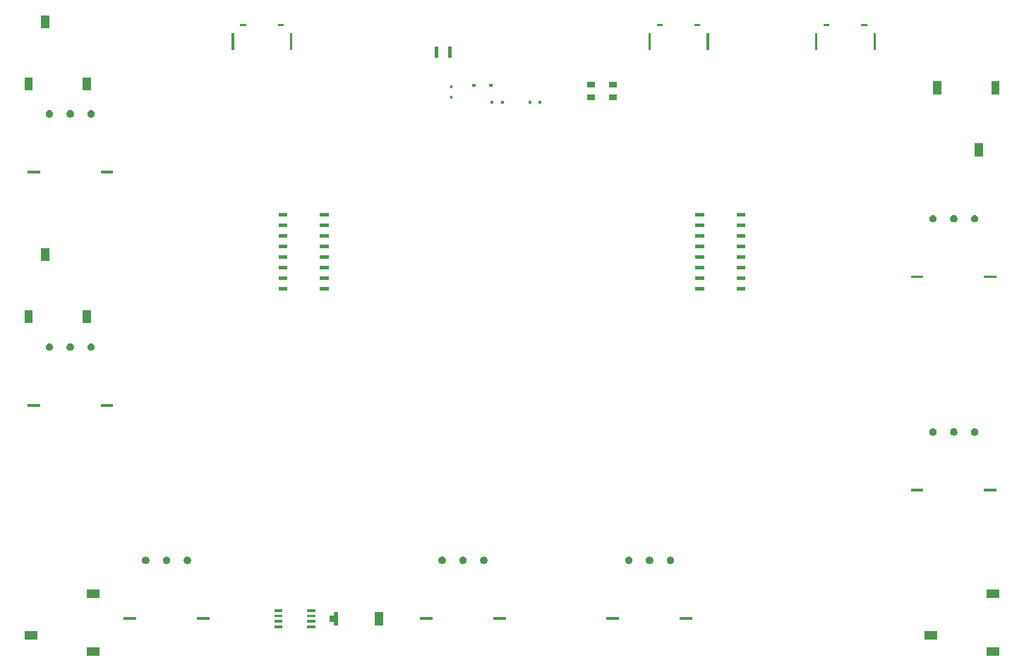
<source format=gbr>
%TF.GenerationSoftware,KiCad,Pcbnew,9.0.3*%
%TF.CreationDate,2025-08-06T15:24:12+02:00*%
%TF.ProjectId,Spikeling_v3.0,5370696b-656c-4696-9e67-5f76332e302e,rev?*%
%TF.SameCoordinates,Original*%
%TF.FileFunction,Other,User*%
%FSLAX46Y46*%
G04 Gerber Fmt 4.6, Leading zero omitted, Abs format (unit mm)*
G04 Created by KiCad (PCBNEW 9.0.3) date 2025-08-06 15:24:12*
%MOMM*%
%LPD*%
G01*
G04 APERTURE LIST*
%ADD10C,0.000000*%
G04 APERTURE END LIST*
D10*
%TO.C,VR2*%
G36*
X150480000Y-124150000D02*
G01*
X148960000Y-124150000D01*
X148960000Y-123850000D01*
X150480000Y-123850000D01*
X150480000Y-124150000D01*
G37*
G36*
X159280000Y-124150000D02*
G01*
X157760000Y-124150000D01*
X157760000Y-123850000D01*
X159280000Y-123850000D01*
X159280000Y-124150000D01*
G37*
G36*
X151792208Y-116584254D02*
G01*
X151893943Y-116642991D01*
X151977009Y-116726057D01*
X152035746Y-116827792D01*
X152066150Y-116941263D01*
X152066150Y-117058737D01*
X152035746Y-117172208D01*
X151977009Y-117273943D01*
X151893943Y-117357009D01*
X151792208Y-117415746D01*
X151678737Y-117446150D01*
X151561263Y-117446150D01*
X151447792Y-117415746D01*
X151346057Y-117357009D01*
X151262991Y-117273943D01*
X151204254Y-117172208D01*
X151173850Y-117058737D01*
X151173850Y-116941263D01*
X151204254Y-116827792D01*
X151262991Y-116726057D01*
X151346057Y-116642991D01*
X151447792Y-116584254D01*
X151561263Y-116553850D01*
X151678737Y-116553850D01*
X151792208Y-116584254D01*
G37*
G36*
X154292208Y-116584254D02*
G01*
X154393943Y-116642991D01*
X154477009Y-116726057D01*
X154535746Y-116827792D01*
X154566150Y-116941263D01*
X154566150Y-117058737D01*
X154535746Y-117172208D01*
X154477009Y-117273943D01*
X154393943Y-117357009D01*
X154292208Y-117415746D01*
X154178737Y-117446150D01*
X154061263Y-117446150D01*
X153947792Y-117415746D01*
X153846057Y-117357009D01*
X153762991Y-117273943D01*
X153704254Y-117172208D01*
X153673850Y-117058737D01*
X153673850Y-116941263D01*
X153704254Y-116827792D01*
X153762991Y-116726057D01*
X153846057Y-116642991D01*
X153947792Y-116584254D01*
X154061263Y-116553850D01*
X154178737Y-116553850D01*
X154292208Y-116584254D01*
G37*
G36*
X156792208Y-116584254D02*
G01*
X156893943Y-116642991D01*
X156977009Y-116726057D01*
X157035746Y-116827792D01*
X157066150Y-116941263D01*
X157066150Y-117058737D01*
X157035746Y-117172208D01*
X156977009Y-117273943D01*
X156893943Y-117357009D01*
X156792208Y-117415746D01*
X156678737Y-117446150D01*
X156561263Y-117446150D01*
X156447792Y-117415746D01*
X156346057Y-117357009D01*
X156262991Y-117273943D01*
X156204254Y-117172208D01*
X156173850Y-117058737D01*
X156173850Y-116941263D01*
X156204254Y-116827792D01*
X156262991Y-116726057D01*
X156346057Y-116642991D01*
X156447792Y-116584254D01*
X156561263Y-116553850D01*
X156678737Y-116553850D01*
X156792208Y-116584254D01*
G37*
%TO.C,U3*%
G36*
X132700000Y-75770000D02*
G01*
X132000000Y-75770000D01*
X132000000Y-75340000D01*
X132700000Y-75340000D01*
X132700000Y-75770000D01*
G37*
G36*
X132700000Y-77040000D02*
G01*
X132000000Y-77040000D01*
X132000000Y-76610000D01*
X132700000Y-76610000D01*
X132700000Y-77040000D01*
G37*
G36*
X132700000Y-78310000D02*
G01*
X132000000Y-78310000D01*
X132000000Y-77880000D01*
X132700000Y-77880000D01*
X132700000Y-78310000D01*
G37*
G36*
X132700000Y-79580000D02*
G01*
X132000000Y-79580000D01*
X132000000Y-79150000D01*
X132700000Y-79150000D01*
X132700000Y-79580000D01*
G37*
G36*
X132700000Y-80850000D02*
G01*
X132000000Y-80850000D01*
X132000000Y-80420000D01*
X132700000Y-80420000D01*
X132700000Y-80850000D01*
G37*
G36*
X132700000Y-82120000D02*
G01*
X132000000Y-82120000D01*
X132000000Y-81690000D01*
X132700000Y-81690000D01*
X132700000Y-82120000D01*
G37*
G36*
X132700000Y-83390000D02*
G01*
X132000000Y-83390000D01*
X132000000Y-82960000D01*
X132700000Y-82960000D01*
X132700000Y-83390000D01*
G37*
G36*
X132700000Y-84660000D02*
G01*
X132000000Y-84660000D01*
X132000000Y-84230000D01*
X132700000Y-84230000D01*
X132700000Y-84660000D01*
G37*
G36*
X133060000Y-75770000D02*
G01*
X132690000Y-75770000D01*
X132690000Y-75340000D01*
X133060000Y-75340000D01*
X133060000Y-75770000D01*
G37*
G36*
X133060000Y-77040000D02*
G01*
X132690000Y-77040000D01*
X132690000Y-76610000D01*
X133060000Y-76610000D01*
X133060000Y-77040000D01*
G37*
G36*
X133060000Y-78310000D02*
G01*
X132690000Y-78310000D01*
X132690000Y-77880000D01*
X133060000Y-77880000D01*
X133060000Y-78310000D01*
G37*
G36*
X133060000Y-79580000D02*
G01*
X132690000Y-79580000D01*
X132690000Y-79150000D01*
X133060000Y-79150000D01*
X133060000Y-79580000D01*
G37*
G36*
X133060000Y-80850000D02*
G01*
X132690000Y-80850000D01*
X132690000Y-80420000D01*
X133060000Y-80420000D01*
X133060000Y-80850000D01*
G37*
G36*
X133060000Y-82120000D02*
G01*
X132690000Y-82120000D01*
X132690000Y-81690000D01*
X133060000Y-81690000D01*
X133060000Y-82120000D01*
G37*
G36*
X133060000Y-83390000D02*
G01*
X132690000Y-83390000D01*
X132690000Y-82960000D01*
X133060000Y-82960000D01*
X133060000Y-83390000D01*
G37*
G36*
X133060000Y-84660000D02*
G01*
X132690000Y-84660000D01*
X132690000Y-84230000D01*
X133060000Y-84230000D01*
X133060000Y-84660000D01*
G37*
G36*
X137310000Y-75770000D02*
G01*
X136940000Y-75770000D01*
X136940000Y-75340000D01*
X137310000Y-75340000D01*
X137310000Y-75770000D01*
G37*
G36*
X137310000Y-77040000D02*
G01*
X136940000Y-77040000D01*
X136940000Y-76610000D01*
X137310000Y-76610000D01*
X137310000Y-77040000D01*
G37*
G36*
X137310000Y-78310000D02*
G01*
X136940000Y-78310000D01*
X136940000Y-77880000D01*
X137310000Y-77880000D01*
X137310000Y-78310000D01*
G37*
G36*
X137310000Y-79580000D02*
G01*
X136940000Y-79580000D01*
X136940000Y-79150000D01*
X137310000Y-79150000D01*
X137310000Y-79580000D01*
G37*
G36*
X137310000Y-80850000D02*
G01*
X136940000Y-80850000D01*
X136940000Y-80420000D01*
X137310000Y-80420000D01*
X137310000Y-80850000D01*
G37*
G36*
X137310000Y-82120000D02*
G01*
X136940000Y-82120000D01*
X136940000Y-81690000D01*
X137310000Y-81690000D01*
X137310000Y-82120000D01*
G37*
G36*
X137310000Y-83390000D02*
G01*
X136940000Y-83390000D01*
X136940000Y-82960000D01*
X137310000Y-82960000D01*
X137310000Y-83390000D01*
G37*
G36*
X137310000Y-84660000D02*
G01*
X136940000Y-84660000D01*
X136940000Y-84230000D01*
X137310000Y-84230000D01*
X137310000Y-84660000D01*
G37*
G36*
X138000000Y-75770000D02*
G01*
X137300000Y-75770000D01*
X137300000Y-75340000D01*
X138000000Y-75340000D01*
X138000000Y-75770000D01*
G37*
G36*
X138000000Y-77040000D02*
G01*
X137300000Y-77040000D01*
X137300000Y-76610000D01*
X138000000Y-76610000D01*
X138000000Y-77040000D01*
G37*
G36*
X138000000Y-78310000D02*
G01*
X137300000Y-78310000D01*
X137300000Y-77880000D01*
X138000000Y-77880000D01*
X138000000Y-78310000D01*
G37*
G36*
X138000000Y-79580000D02*
G01*
X137300000Y-79580000D01*
X137300000Y-79150000D01*
X138000000Y-79150000D01*
X138000000Y-79580000D01*
G37*
G36*
X138000000Y-80850000D02*
G01*
X137300000Y-80850000D01*
X137300000Y-80420000D01*
X138000000Y-80420000D01*
X138000000Y-80850000D01*
G37*
G36*
X138000000Y-82120000D02*
G01*
X137300000Y-82120000D01*
X137300000Y-81690000D01*
X138000000Y-81690000D01*
X138000000Y-82120000D01*
G37*
G36*
X138000000Y-83390000D02*
G01*
X137300000Y-83390000D01*
X137300000Y-82960000D01*
X138000000Y-82960000D01*
X138000000Y-83390000D01*
G37*
G36*
X138000000Y-84660000D02*
G01*
X137300000Y-84660000D01*
X137300000Y-84230000D01*
X138000000Y-84230000D01*
X138000000Y-84660000D01*
G37*
%TO.C,J4*%
G36*
X102500000Y-88500000D02*
G01*
X101500000Y-88500000D01*
X101500000Y-86950000D01*
X102500000Y-86950000D01*
X102500000Y-88500000D01*
G37*
G36*
X104500000Y-81050000D02*
G01*
X103500000Y-81050000D01*
X103500000Y-79500000D01*
X104500000Y-79500000D01*
X104500000Y-81050000D01*
G37*
G36*
X109500000Y-88500000D02*
G01*
X108500000Y-88500000D01*
X108500000Y-86950000D01*
X109500000Y-86950000D01*
X109500000Y-88500000D01*
G37*
%TO.C,J5*%
G36*
X211050000Y-126500000D02*
G01*
X209500000Y-126500000D01*
X209500000Y-125500000D01*
X211050000Y-125500000D01*
X211050000Y-126500000D01*
G37*
G36*
X218500000Y-121500000D02*
G01*
X216950000Y-121500000D01*
X216950000Y-120500000D01*
X218500000Y-120500000D01*
X218500000Y-121500000D01*
G37*
G36*
X218500000Y-128500000D02*
G01*
X216950000Y-128500000D01*
X216950000Y-127500000D01*
X218500000Y-127500000D01*
X218500000Y-128500000D01*
G37*
%TO.C,VR1*%
G36*
X114910000Y-124150000D02*
G01*
X113390000Y-124150000D01*
X113390000Y-123850000D01*
X114910000Y-123850000D01*
X114910000Y-124150000D01*
G37*
G36*
X123710000Y-124150000D02*
G01*
X122190000Y-124150000D01*
X122190000Y-123850000D01*
X123710000Y-123850000D01*
X123710000Y-124150000D01*
G37*
G36*
X116222208Y-116584254D02*
G01*
X116323943Y-116642991D01*
X116407009Y-116726057D01*
X116465746Y-116827792D01*
X116496150Y-116941263D01*
X116496150Y-117058737D01*
X116465746Y-117172208D01*
X116407009Y-117273943D01*
X116323943Y-117357009D01*
X116222208Y-117415746D01*
X116108737Y-117446150D01*
X115991263Y-117446150D01*
X115877792Y-117415746D01*
X115776057Y-117357009D01*
X115692991Y-117273943D01*
X115634254Y-117172208D01*
X115603850Y-117058737D01*
X115603850Y-116941263D01*
X115634254Y-116827792D01*
X115692991Y-116726057D01*
X115776057Y-116642991D01*
X115877792Y-116584254D01*
X115991263Y-116553850D01*
X116108737Y-116553850D01*
X116222208Y-116584254D01*
G37*
G36*
X118722208Y-116584254D02*
G01*
X118823943Y-116642991D01*
X118907009Y-116726057D01*
X118965746Y-116827792D01*
X118996150Y-116941263D01*
X118996150Y-117058737D01*
X118965746Y-117172208D01*
X118907009Y-117273943D01*
X118823943Y-117357009D01*
X118722208Y-117415746D01*
X118608737Y-117446150D01*
X118491263Y-117446150D01*
X118377792Y-117415746D01*
X118276057Y-117357009D01*
X118192991Y-117273943D01*
X118134254Y-117172208D01*
X118103850Y-117058737D01*
X118103850Y-116941263D01*
X118134254Y-116827792D01*
X118192991Y-116726057D01*
X118276057Y-116642991D01*
X118377792Y-116584254D01*
X118491263Y-116553850D01*
X118608737Y-116553850D01*
X118722208Y-116584254D01*
G37*
G36*
X121222208Y-116584254D02*
G01*
X121323943Y-116642991D01*
X121407009Y-116726057D01*
X121465746Y-116827792D01*
X121496150Y-116941263D01*
X121496150Y-117058737D01*
X121465746Y-117172208D01*
X121407009Y-117273943D01*
X121323943Y-117357009D01*
X121222208Y-117415746D01*
X121108737Y-117446150D01*
X120991263Y-117446150D01*
X120877792Y-117415746D01*
X120776057Y-117357009D01*
X120692991Y-117273943D01*
X120634254Y-117172208D01*
X120603850Y-117058737D01*
X120603850Y-116941263D01*
X120634254Y-116827792D01*
X120692991Y-116726057D01*
X120776057Y-116642991D01*
X120877792Y-116584254D01*
X120991263Y-116553850D01*
X121108737Y-116553850D01*
X121222208Y-116584254D01*
G37*
%TO.C,D7*%
G36*
X169950000Y-60275000D02*
G01*
X169050000Y-60275000D01*
X169050000Y-59575000D01*
X169950000Y-59575000D01*
X169950000Y-60275000D01*
G37*
G36*
X169950000Y-61775000D02*
G01*
X169050000Y-61775000D01*
X169050000Y-61075000D01*
X169950000Y-61075000D01*
X169950000Y-61775000D01*
G37*
G36*
X172550000Y-60275000D02*
G01*
X171650000Y-60275000D01*
X171650000Y-59575000D01*
X172550000Y-59575000D01*
X172550000Y-60275000D01*
G37*
G36*
X172550000Y-61775000D02*
G01*
X171650000Y-61775000D01*
X171650000Y-61075000D01*
X172550000Y-61075000D01*
X172550000Y-61775000D01*
G37*
%TO.C,VR5*%
G36*
X209360000Y-108750000D02*
G01*
X207840000Y-108750000D01*
X207840000Y-108450000D01*
X209360000Y-108450000D01*
X209360000Y-108750000D01*
G37*
G36*
X218160000Y-108750000D02*
G01*
X216640000Y-108750000D01*
X216640000Y-108450000D01*
X218160000Y-108450000D01*
X218160000Y-108750000D01*
G37*
G36*
X210672208Y-101184254D02*
G01*
X210773943Y-101242991D01*
X210857009Y-101326057D01*
X210915746Y-101427792D01*
X210946150Y-101541263D01*
X210946150Y-101658737D01*
X210915746Y-101772208D01*
X210857009Y-101873943D01*
X210773943Y-101957009D01*
X210672208Y-102015746D01*
X210558737Y-102046150D01*
X210441263Y-102046150D01*
X210327792Y-102015746D01*
X210226057Y-101957009D01*
X210142991Y-101873943D01*
X210084254Y-101772208D01*
X210053850Y-101658737D01*
X210053850Y-101541263D01*
X210084254Y-101427792D01*
X210142991Y-101326057D01*
X210226057Y-101242991D01*
X210327792Y-101184254D01*
X210441263Y-101153850D01*
X210558737Y-101153850D01*
X210672208Y-101184254D01*
G37*
G36*
X213172208Y-101184254D02*
G01*
X213273943Y-101242991D01*
X213357009Y-101326057D01*
X213415746Y-101427792D01*
X213446150Y-101541263D01*
X213446150Y-101658737D01*
X213415746Y-101772208D01*
X213357009Y-101873943D01*
X213273943Y-101957009D01*
X213172208Y-102015746D01*
X213058737Y-102046150D01*
X212941263Y-102046150D01*
X212827792Y-102015746D01*
X212726057Y-101957009D01*
X212642991Y-101873943D01*
X212584254Y-101772208D01*
X212553850Y-101658737D01*
X212553850Y-101541263D01*
X212584254Y-101427792D01*
X212642991Y-101326057D01*
X212726057Y-101242991D01*
X212827792Y-101184254D01*
X212941263Y-101153850D01*
X213058737Y-101153850D01*
X213172208Y-101184254D01*
G37*
G36*
X215672208Y-101184254D02*
G01*
X215773943Y-101242991D01*
X215857009Y-101326057D01*
X215915746Y-101427792D01*
X215946150Y-101541263D01*
X215946150Y-101658737D01*
X215915746Y-101772208D01*
X215857009Y-101873943D01*
X215773943Y-101957009D01*
X215672208Y-102015746D01*
X215558737Y-102046150D01*
X215441263Y-102046150D01*
X215327792Y-102015746D01*
X215226057Y-101957009D01*
X215142991Y-101873943D01*
X215084254Y-101772208D01*
X215053850Y-101658737D01*
X215053850Y-101541263D01*
X215084254Y-101427792D01*
X215142991Y-101326057D01*
X215226057Y-101242991D01*
X215327792Y-101184254D01*
X215441263Y-101153850D01*
X215558737Y-101153850D01*
X215672208Y-101184254D01*
G37*
%TO.C,U5*%
G36*
X132050000Y-123207500D02*
G01*
X131500000Y-123207500D01*
X131500000Y-122892500D01*
X132050000Y-122892500D01*
X132050000Y-123207500D01*
G37*
G36*
X132050000Y-123857500D02*
G01*
X131500000Y-123857500D01*
X131500000Y-123542500D01*
X132050000Y-123542500D01*
X132050000Y-123857500D01*
G37*
G36*
X132050000Y-124507500D02*
G01*
X131500000Y-124507500D01*
X131500000Y-124192500D01*
X132050000Y-124192500D01*
X132050000Y-124507500D01*
G37*
G36*
X132050000Y-125157500D02*
G01*
X131500000Y-125157500D01*
X131500000Y-124842500D01*
X132050000Y-124842500D01*
X132050000Y-125157500D01*
G37*
G36*
X132460000Y-123207500D02*
G01*
X132040000Y-123207500D01*
X132040000Y-122892500D01*
X132460000Y-122892500D01*
X132460000Y-123207500D01*
G37*
G36*
X132460000Y-123857500D02*
G01*
X132040000Y-123857500D01*
X132040000Y-123542500D01*
X132460000Y-123542500D01*
X132460000Y-123857500D01*
G37*
G36*
X132460000Y-124507500D02*
G01*
X132040000Y-124507500D01*
X132040000Y-124192500D01*
X132460000Y-124192500D01*
X132460000Y-124507500D01*
G37*
G36*
X132460000Y-125157500D02*
G01*
X132040000Y-125157500D01*
X132040000Y-124842500D01*
X132460000Y-124842500D01*
X132460000Y-125157500D01*
G37*
G36*
X135860000Y-123207500D02*
G01*
X135440000Y-123207500D01*
X135440000Y-122892500D01*
X135860000Y-122892500D01*
X135860000Y-123207500D01*
G37*
G36*
X135860000Y-123857500D02*
G01*
X135440000Y-123857500D01*
X135440000Y-123542500D01*
X135860000Y-123542500D01*
X135860000Y-123857500D01*
G37*
G36*
X135860000Y-124507500D02*
G01*
X135440000Y-124507500D01*
X135440000Y-124192500D01*
X135860000Y-124192500D01*
X135860000Y-124507500D01*
G37*
G36*
X135860000Y-125157500D02*
G01*
X135440000Y-125157500D01*
X135440000Y-124842500D01*
X135860000Y-124842500D01*
X135860000Y-125157500D01*
G37*
G36*
X136400000Y-123207500D02*
G01*
X135850000Y-123207500D01*
X135850000Y-122892500D01*
X136400000Y-122892500D01*
X136400000Y-123207500D01*
G37*
G36*
X136400000Y-123857500D02*
G01*
X135850000Y-123857500D01*
X135850000Y-123542500D01*
X136400000Y-123542500D01*
X136400000Y-123857500D01*
G37*
G36*
X136400000Y-124507500D02*
G01*
X135850000Y-124507500D01*
X135850000Y-124192500D01*
X136400000Y-124192500D01*
X136400000Y-124507500D01*
G37*
G36*
X136400000Y-125157500D02*
G01*
X135850000Y-125157500D01*
X135850000Y-124842500D01*
X136400000Y-124842500D01*
X136400000Y-125157500D01*
G37*
%TO.C,J6*%
G36*
X211500000Y-61050000D02*
G01*
X210500000Y-61050000D01*
X210500000Y-59500000D01*
X211500000Y-59500000D01*
X211500000Y-61050000D01*
G37*
G36*
X216500000Y-68500000D02*
G01*
X215500000Y-68500000D01*
X215500000Y-66950000D01*
X216500000Y-66950000D01*
X216500000Y-68500000D01*
G37*
G36*
X218500000Y-61050000D02*
G01*
X217500000Y-61050000D01*
X217500000Y-59500000D01*
X218500000Y-59500000D01*
X218500000Y-61050000D01*
G37*
%TO.C,J3*%
G36*
X102500000Y-60600000D02*
G01*
X101500000Y-60600000D01*
X101500000Y-59050000D01*
X102500000Y-59050000D01*
X102500000Y-60600000D01*
G37*
G36*
X104500000Y-53150000D02*
G01*
X103500000Y-53150000D01*
X103500000Y-51600000D01*
X104500000Y-51600000D01*
X104500000Y-53150000D01*
G37*
G36*
X109500000Y-60600000D02*
G01*
X108500000Y-60600000D01*
X108500000Y-59050000D01*
X109500000Y-59050000D01*
X109500000Y-60600000D01*
G37*
%TO.C,SW3*%
G36*
X176650000Y-55750000D02*
G01*
X176350000Y-55750000D01*
X176350000Y-53740000D01*
X176650000Y-53740000D01*
X176650000Y-55750000D01*
G37*
G36*
X176650000Y-55750000D02*
G01*
X176350000Y-55750000D01*
X176350000Y-54750000D01*
X176650000Y-54750000D01*
X176650000Y-55750000D01*
G37*
G36*
X178100000Y-52875000D02*
G01*
X177400000Y-52875000D01*
X177400000Y-52625000D01*
X178100000Y-52625000D01*
X178100000Y-52875000D01*
G37*
G36*
X182600000Y-52875000D02*
G01*
X181900000Y-52875000D01*
X181900000Y-52625000D01*
X182600000Y-52625000D01*
X182600000Y-52875000D01*
G37*
G36*
X183650000Y-55750000D02*
G01*
X183350000Y-55750000D01*
X183350000Y-53740000D01*
X183650000Y-53740000D01*
X183650000Y-55750000D01*
G37*
G36*
X183650000Y-55750000D02*
G01*
X183350000Y-55750000D01*
X183350000Y-54750000D01*
X183650000Y-54750000D01*
X183650000Y-55750000D01*
G37*
%TO.C,SW2*%
G36*
X126650000Y-55750000D02*
G01*
X126350000Y-55750000D01*
X126350000Y-53740000D01*
X126650000Y-53740000D01*
X126650000Y-55750000D01*
G37*
G36*
X126650000Y-55750000D02*
G01*
X126350000Y-55750000D01*
X126350000Y-54750000D01*
X126650000Y-54750000D01*
X126650000Y-55750000D01*
G37*
G36*
X128100000Y-52875000D02*
G01*
X127400000Y-52875000D01*
X127400000Y-52625000D01*
X128100000Y-52625000D01*
X128100000Y-52875000D01*
G37*
G36*
X132600000Y-52875000D02*
G01*
X131900000Y-52875000D01*
X131900000Y-52625000D01*
X132600000Y-52625000D01*
X132600000Y-52875000D01*
G37*
G36*
X133650000Y-55750000D02*
G01*
X133350000Y-55750000D01*
X133350000Y-53740000D01*
X133650000Y-53740000D01*
X133650000Y-55750000D01*
G37*
G36*
X133650000Y-55750000D02*
G01*
X133350000Y-55750000D01*
X133350000Y-54750000D01*
X133650000Y-54750000D01*
X133650000Y-55750000D01*
G37*
%TO.C,D2*%
G36*
X157787000Y-62147500D02*
G01*
X157450000Y-62147500D01*
X157450000Y-61847500D01*
X157787000Y-61847500D01*
X157787000Y-62147500D01*
G37*
G36*
X159050000Y-62150000D02*
G01*
X158713000Y-62150000D01*
X158713000Y-61850000D01*
X159050000Y-61850000D01*
X159050000Y-62150000D01*
G37*
%TO.C,D6*%
G36*
X138650000Y-124425000D02*
G01*
X138150000Y-124425000D01*
X138150000Y-123625000D01*
X138650000Y-123625000D01*
X138650000Y-124425000D01*
G37*
G36*
X139160000Y-124825000D02*
G01*
X138640000Y-124825000D01*
X138640000Y-123225000D01*
X139160000Y-123225000D01*
X139160000Y-124825000D01*
G37*
G36*
X144060000Y-124825000D02*
G01*
X143540000Y-124825000D01*
X143540000Y-123225000D01*
X144060000Y-123225000D01*
X144060000Y-124825000D01*
G37*
G36*
X144550000Y-124825000D02*
G01*
X144050000Y-124825000D01*
X144050000Y-123225000D01*
X144550000Y-123225000D01*
X144550000Y-124825000D01*
G37*
%TO.C,D4*%
G36*
X152872500Y-61550000D02*
G01*
X152572500Y-61550000D01*
X152572500Y-61213000D01*
X152872500Y-61213000D01*
X152872500Y-61550000D01*
G37*
G36*
X152875000Y-60287000D02*
G01*
X152575000Y-60287000D01*
X152575000Y-59950000D01*
X152875000Y-59950000D01*
X152875000Y-60287000D01*
G37*
%TO.C,VR6*%
G36*
X103360000Y-70550000D02*
G01*
X101840000Y-70550000D01*
X101840000Y-70250000D01*
X103360000Y-70250000D01*
X103360000Y-70550000D01*
G37*
G36*
X112160000Y-70550000D02*
G01*
X110640000Y-70550000D01*
X110640000Y-70250000D01*
X112160000Y-70250000D01*
X112160000Y-70550000D01*
G37*
G36*
X104672208Y-62984254D02*
G01*
X104773943Y-63042991D01*
X104857009Y-63126057D01*
X104915746Y-63227792D01*
X104946150Y-63341263D01*
X104946150Y-63458737D01*
X104915746Y-63572208D01*
X104857009Y-63673943D01*
X104773943Y-63757009D01*
X104672208Y-63815746D01*
X104558737Y-63846150D01*
X104441263Y-63846150D01*
X104327792Y-63815746D01*
X104226057Y-63757009D01*
X104142991Y-63673943D01*
X104084254Y-63572208D01*
X104053850Y-63458737D01*
X104053850Y-63341263D01*
X104084254Y-63227792D01*
X104142991Y-63126057D01*
X104226057Y-63042991D01*
X104327792Y-62984254D01*
X104441263Y-62953850D01*
X104558737Y-62953850D01*
X104672208Y-62984254D01*
G37*
G36*
X107172208Y-62984254D02*
G01*
X107273943Y-63042991D01*
X107357009Y-63126057D01*
X107415746Y-63227792D01*
X107446150Y-63341263D01*
X107446150Y-63458737D01*
X107415746Y-63572208D01*
X107357009Y-63673943D01*
X107273943Y-63757009D01*
X107172208Y-63815746D01*
X107058737Y-63846150D01*
X106941263Y-63846150D01*
X106827792Y-63815746D01*
X106726057Y-63757009D01*
X106642991Y-63673943D01*
X106584254Y-63572208D01*
X106553850Y-63458737D01*
X106553850Y-63341263D01*
X106584254Y-63227792D01*
X106642991Y-63126057D01*
X106726057Y-63042991D01*
X106827792Y-62984254D01*
X106941263Y-62953850D01*
X107058737Y-62953850D01*
X107172208Y-62984254D01*
G37*
G36*
X109672208Y-62984254D02*
G01*
X109773943Y-63042991D01*
X109857009Y-63126057D01*
X109915746Y-63227792D01*
X109946150Y-63341263D01*
X109946150Y-63458737D01*
X109915746Y-63572208D01*
X109857009Y-63673943D01*
X109773943Y-63757009D01*
X109672208Y-63815746D01*
X109558737Y-63846150D01*
X109441263Y-63846150D01*
X109327792Y-63815746D01*
X109226057Y-63757009D01*
X109142991Y-63673943D01*
X109084254Y-63572208D01*
X109053850Y-63458737D01*
X109053850Y-63341263D01*
X109084254Y-63227792D01*
X109142991Y-63126057D01*
X109226057Y-63042991D01*
X109327792Y-62984254D01*
X109441263Y-62953850D01*
X109558737Y-62953850D01*
X109672208Y-62984254D01*
G37*
%TO.C,L1*%
G36*
X151166000Y-56637500D02*
G01*
X150766000Y-56637500D01*
X150766000Y-55362500D01*
X151166000Y-55362500D01*
X151166000Y-56637500D01*
G37*
G36*
X152766000Y-56637500D02*
G01*
X152366000Y-56637500D01*
X152366000Y-55362500D01*
X152766000Y-55362500D01*
X152766000Y-56637500D01*
G37*
%TO.C,U4*%
G36*
X182700000Y-75770000D02*
G01*
X182000000Y-75770000D01*
X182000000Y-75340000D01*
X182700000Y-75340000D01*
X182700000Y-75770000D01*
G37*
G36*
X182700000Y-77040000D02*
G01*
X182000000Y-77040000D01*
X182000000Y-76610000D01*
X182700000Y-76610000D01*
X182700000Y-77040000D01*
G37*
G36*
X182700000Y-78310000D02*
G01*
X182000000Y-78310000D01*
X182000000Y-77880000D01*
X182700000Y-77880000D01*
X182700000Y-78310000D01*
G37*
G36*
X182700000Y-79580000D02*
G01*
X182000000Y-79580000D01*
X182000000Y-79150000D01*
X182700000Y-79150000D01*
X182700000Y-79580000D01*
G37*
G36*
X182700000Y-80850000D02*
G01*
X182000000Y-80850000D01*
X182000000Y-80420000D01*
X182700000Y-80420000D01*
X182700000Y-80850000D01*
G37*
G36*
X182700000Y-82120000D02*
G01*
X182000000Y-82120000D01*
X182000000Y-81690000D01*
X182700000Y-81690000D01*
X182700000Y-82120000D01*
G37*
G36*
X182700000Y-83390000D02*
G01*
X182000000Y-83390000D01*
X182000000Y-82960000D01*
X182700000Y-82960000D01*
X182700000Y-83390000D01*
G37*
G36*
X182700000Y-84660000D02*
G01*
X182000000Y-84660000D01*
X182000000Y-84230000D01*
X182700000Y-84230000D01*
X182700000Y-84660000D01*
G37*
G36*
X183060000Y-75770000D02*
G01*
X182690000Y-75770000D01*
X182690000Y-75340000D01*
X183060000Y-75340000D01*
X183060000Y-75770000D01*
G37*
G36*
X183060000Y-77040000D02*
G01*
X182690000Y-77040000D01*
X182690000Y-76610000D01*
X183060000Y-76610000D01*
X183060000Y-77040000D01*
G37*
G36*
X183060000Y-78310000D02*
G01*
X182690000Y-78310000D01*
X182690000Y-77880000D01*
X183060000Y-77880000D01*
X183060000Y-78310000D01*
G37*
G36*
X183060000Y-79580000D02*
G01*
X182690000Y-79580000D01*
X182690000Y-79150000D01*
X183060000Y-79150000D01*
X183060000Y-79580000D01*
G37*
G36*
X183060000Y-80850000D02*
G01*
X182690000Y-80850000D01*
X182690000Y-80420000D01*
X183060000Y-80420000D01*
X183060000Y-80850000D01*
G37*
G36*
X183060000Y-82120000D02*
G01*
X182690000Y-82120000D01*
X182690000Y-81690000D01*
X183060000Y-81690000D01*
X183060000Y-82120000D01*
G37*
G36*
X183060000Y-83390000D02*
G01*
X182690000Y-83390000D01*
X182690000Y-82960000D01*
X183060000Y-82960000D01*
X183060000Y-83390000D01*
G37*
G36*
X183060000Y-84660000D02*
G01*
X182690000Y-84660000D01*
X182690000Y-84230000D01*
X183060000Y-84230000D01*
X183060000Y-84660000D01*
G37*
G36*
X187310000Y-75770000D02*
G01*
X186940000Y-75770000D01*
X186940000Y-75340000D01*
X187310000Y-75340000D01*
X187310000Y-75770000D01*
G37*
G36*
X187310000Y-77040000D02*
G01*
X186940000Y-77040000D01*
X186940000Y-76610000D01*
X187310000Y-76610000D01*
X187310000Y-77040000D01*
G37*
G36*
X187310000Y-78310000D02*
G01*
X186940000Y-78310000D01*
X186940000Y-77880000D01*
X187310000Y-77880000D01*
X187310000Y-78310000D01*
G37*
G36*
X187310000Y-79580000D02*
G01*
X186940000Y-79580000D01*
X186940000Y-79150000D01*
X187310000Y-79150000D01*
X187310000Y-79580000D01*
G37*
G36*
X187310000Y-80850000D02*
G01*
X186940000Y-80850000D01*
X186940000Y-80420000D01*
X187310000Y-80420000D01*
X187310000Y-80850000D01*
G37*
G36*
X187310000Y-82120000D02*
G01*
X186940000Y-82120000D01*
X186940000Y-81690000D01*
X187310000Y-81690000D01*
X187310000Y-82120000D01*
G37*
G36*
X187310000Y-83390000D02*
G01*
X186940000Y-83390000D01*
X186940000Y-82960000D01*
X187310000Y-82960000D01*
X187310000Y-83390000D01*
G37*
G36*
X187310000Y-84660000D02*
G01*
X186940000Y-84660000D01*
X186940000Y-84230000D01*
X187310000Y-84230000D01*
X187310000Y-84660000D01*
G37*
G36*
X188000000Y-75770000D02*
G01*
X187300000Y-75770000D01*
X187300000Y-75340000D01*
X188000000Y-75340000D01*
X188000000Y-75770000D01*
G37*
G36*
X188000000Y-77040000D02*
G01*
X187300000Y-77040000D01*
X187300000Y-76610000D01*
X188000000Y-76610000D01*
X188000000Y-77040000D01*
G37*
G36*
X188000000Y-78310000D02*
G01*
X187300000Y-78310000D01*
X187300000Y-77880000D01*
X188000000Y-77880000D01*
X188000000Y-78310000D01*
G37*
G36*
X188000000Y-79580000D02*
G01*
X187300000Y-79580000D01*
X187300000Y-79150000D01*
X188000000Y-79150000D01*
X188000000Y-79580000D01*
G37*
G36*
X188000000Y-80850000D02*
G01*
X187300000Y-80850000D01*
X187300000Y-80420000D01*
X188000000Y-80420000D01*
X188000000Y-80850000D01*
G37*
G36*
X188000000Y-82120000D02*
G01*
X187300000Y-82120000D01*
X187300000Y-81690000D01*
X188000000Y-81690000D01*
X188000000Y-82120000D01*
G37*
G36*
X188000000Y-83390000D02*
G01*
X187300000Y-83390000D01*
X187300000Y-82960000D01*
X188000000Y-82960000D01*
X188000000Y-83390000D01*
G37*
G36*
X188000000Y-84660000D02*
G01*
X187300000Y-84660000D01*
X187300000Y-84230000D01*
X188000000Y-84230000D01*
X188000000Y-84660000D01*
G37*
%TO.C,VR3*%
G36*
X172860000Y-124150000D02*
G01*
X171340000Y-124150000D01*
X171340000Y-123850000D01*
X172860000Y-123850000D01*
X172860000Y-124150000D01*
G37*
G36*
X181660000Y-124150000D02*
G01*
X180140000Y-124150000D01*
X180140000Y-123850000D01*
X181660000Y-123850000D01*
X181660000Y-124150000D01*
G37*
G36*
X174172208Y-116584254D02*
G01*
X174273943Y-116642991D01*
X174357009Y-116726057D01*
X174415746Y-116827792D01*
X174446150Y-116941263D01*
X174446150Y-117058737D01*
X174415746Y-117172208D01*
X174357009Y-117273943D01*
X174273943Y-117357009D01*
X174172208Y-117415746D01*
X174058737Y-117446150D01*
X173941263Y-117446150D01*
X173827792Y-117415746D01*
X173726057Y-117357009D01*
X173642991Y-117273943D01*
X173584254Y-117172208D01*
X173553850Y-117058737D01*
X173553850Y-116941263D01*
X173584254Y-116827792D01*
X173642991Y-116726057D01*
X173726057Y-116642991D01*
X173827792Y-116584254D01*
X173941263Y-116553850D01*
X174058737Y-116553850D01*
X174172208Y-116584254D01*
G37*
G36*
X176672208Y-116584254D02*
G01*
X176773943Y-116642991D01*
X176857009Y-116726057D01*
X176915746Y-116827792D01*
X176946150Y-116941263D01*
X176946150Y-117058737D01*
X176915746Y-117172208D01*
X176857009Y-117273943D01*
X176773943Y-117357009D01*
X176672208Y-117415746D01*
X176558737Y-117446150D01*
X176441263Y-117446150D01*
X176327792Y-117415746D01*
X176226057Y-117357009D01*
X176142991Y-117273943D01*
X176084254Y-117172208D01*
X176053850Y-117058737D01*
X176053850Y-116941263D01*
X176084254Y-116827792D01*
X176142991Y-116726057D01*
X176226057Y-116642991D01*
X176327792Y-116584254D01*
X176441263Y-116553850D01*
X176558737Y-116553850D01*
X176672208Y-116584254D01*
G37*
G36*
X179172208Y-116584254D02*
G01*
X179273943Y-116642991D01*
X179357009Y-116726057D01*
X179415746Y-116827792D01*
X179446150Y-116941263D01*
X179446150Y-117058737D01*
X179415746Y-117172208D01*
X179357009Y-117273943D01*
X179273943Y-117357009D01*
X179172208Y-117415746D01*
X179058737Y-117446150D01*
X178941263Y-117446150D01*
X178827792Y-117415746D01*
X178726057Y-117357009D01*
X178642991Y-117273943D01*
X178584254Y-117172208D01*
X178553850Y-117058737D01*
X178553850Y-116941263D01*
X178584254Y-116827792D01*
X178642991Y-116726057D01*
X178726057Y-116642991D01*
X178827792Y-116584254D01*
X178941263Y-116553850D01*
X179058737Y-116553850D01*
X179172208Y-116584254D01*
G37*
%TO.C,SW4*%
G36*
X196650000Y-55750000D02*
G01*
X196350000Y-55750000D01*
X196350000Y-53740000D01*
X196650000Y-53740000D01*
X196650000Y-55750000D01*
G37*
G36*
X196650000Y-55750000D02*
G01*
X196350000Y-55750000D01*
X196350000Y-54750000D01*
X196650000Y-54750000D01*
X196650000Y-55750000D01*
G37*
G36*
X198100000Y-52875000D02*
G01*
X197400000Y-52875000D01*
X197400000Y-52625000D01*
X198100000Y-52625000D01*
X198100000Y-52875000D01*
G37*
G36*
X202600000Y-52875000D02*
G01*
X201900000Y-52875000D01*
X201900000Y-52625000D01*
X202600000Y-52625000D01*
X202600000Y-52875000D01*
G37*
G36*
X203650000Y-55750000D02*
G01*
X203350000Y-55750000D01*
X203350000Y-53740000D01*
X203650000Y-53740000D01*
X203650000Y-55750000D01*
G37*
G36*
X203650000Y-55750000D02*
G01*
X203350000Y-55750000D01*
X203350000Y-54750000D01*
X203650000Y-54750000D01*
X203650000Y-55750000D01*
G37*
%TO.C,D1*%
G36*
X155500000Y-60160000D02*
G01*
X155200000Y-60160000D01*
X155200000Y-59840000D01*
X155500000Y-59840000D01*
X155500000Y-60160000D01*
G37*
G36*
X155610000Y-60160000D02*
G01*
X155490000Y-60160000D01*
X155490000Y-59840000D01*
X155610000Y-59840000D01*
X155610000Y-60160000D01*
G37*
G36*
X157410000Y-60160000D02*
G01*
X157290000Y-60160000D01*
X157290000Y-59840000D01*
X157410000Y-59840000D01*
X157410000Y-60160000D01*
G37*
G36*
X157700000Y-60160000D02*
G01*
X157400000Y-60160000D01*
X157400000Y-59840000D01*
X157700000Y-59840000D01*
X157700000Y-60160000D01*
G37*
%TO.C,D3*%
G36*
X162287000Y-62150000D02*
G01*
X161950000Y-62150000D01*
X161950000Y-61850000D01*
X162287000Y-61850000D01*
X162287000Y-62150000D01*
G37*
G36*
X163550000Y-62152500D02*
G01*
X163213000Y-62152500D01*
X163213000Y-61852500D01*
X163550000Y-61852500D01*
X163550000Y-62152500D01*
G37*
%TO.C,J2*%
G36*
X103050000Y-126500000D02*
G01*
X101500000Y-126500000D01*
X101500000Y-125500000D01*
X103050000Y-125500000D01*
X103050000Y-126500000D01*
G37*
G36*
X110500000Y-121500000D02*
G01*
X108950000Y-121500000D01*
X108950000Y-120500000D01*
X110500000Y-120500000D01*
X110500000Y-121500000D01*
G37*
G36*
X110500000Y-128500000D02*
G01*
X108950000Y-128500000D01*
X108950000Y-127500000D01*
X110500000Y-127500000D01*
X110500000Y-128500000D01*
G37*
%TO.C,VR7*%
G36*
X103360000Y-98550000D02*
G01*
X101840000Y-98550000D01*
X101840000Y-98250000D01*
X103360000Y-98250000D01*
X103360000Y-98550000D01*
G37*
G36*
X112160000Y-98550000D02*
G01*
X110640000Y-98550000D01*
X110640000Y-98250000D01*
X112160000Y-98250000D01*
X112160000Y-98550000D01*
G37*
G36*
X104672208Y-90984254D02*
G01*
X104773943Y-91042991D01*
X104857009Y-91126057D01*
X104915746Y-91227792D01*
X104946150Y-91341263D01*
X104946150Y-91458737D01*
X104915746Y-91572208D01*
X104857009Y-91673943D01*
X104773943Y-91757009D01*
X104672208Y-91815746D01*
X104558737Y-91846150D01*
X104441263Y-91846150D01*
X104327792Y-91815746D01*
X104226057Y-91757009D01*
X104142991Y-91673943D01*
X104084254Y-91572208D01*
X104053850Y-91458737D01*
X104053850Y-91341263D01*
X104084254Y-91227792D01*
X104142991Y-91126057D01*
X104226057Y-91042991D01*
X104327792Y-90984254D01*
X104441263Y-90953850D01*
X104558737Y-90953850D01*
X104672208Y-90984254D01*
G37*
G36*
X107172208Y-90984254D02*
G01*
X107273943Y-91042991D01*
X107357009Y-91126057D01*
X107415746Y-91227792D01*
X107446150Y-91341263D01*
X107446150Y-91458737D01*
X107415746Y-91572208D01*
X107357009Y-91673943D01*
X107273943Y-91757009D01*
X107172208Y-91815746D01*
X107058737Y-91846150D01*
X106941263Y-91846150D01*
X106827792Y-91815746D01*
X106726057Y-91757009D01*
X106642991Y-91673943D01*
X106584254Y-91572208D01*
X106553850Y-91458737D01*
X106553850Y-91341263D01*
X106584254Y-91227792D01*
X106642991Y-91126057D01*
X106726057Y-91042991D01*
X106827792Y-90984254D01*
X106941263Y-90953850D01*
X107058737Y-90953850D01*
X107172208Y-90984254D01*
G37*
G36*
X109672208Y-90984254D02*
G01*
X109773943Y-91042991D01*
X109857009Y-91126057D01*
X109915746Y-91227792D01*
X109946150Y-91341263D01*
X109946150Y-91458737D01*
X109915746Y-91572208D01*
X109857009Y-91673943D01*
X109773943Y-91757009D01*
X109672208Y-91815746D01*
X109558737Y-91846150D01*
X109441263Y-91846150D01*
X109327792Y-91815746D01*
X109226057Y-91757009D01*
X109142991Y-91673943D01*
X109084254Y-91572208D01*
X109053850Y-91458737D01*
X109053850Y-91341263D01*
X109084254Y-91227792D01*
X109142991Y-91126057D01*
X109226057Y-91042991D01*
X109327792Y-90984254D01*
X109441263Y-90953850D01*
X109558737Y-90953850D01*
X109672208Y-90984254D01*
G37*
%TO.C,VR4*%
G36*
X209360000Y-83122000D02*
G01*
X207840000Y-83122000D01*
X207840000Y-82822000D01*
X209360000Y-82822000D01*
X209360000Y-83122000D01*
G37*
G36*
X218160000Y-83122000D02*
G01*
X216640000Y-83122000D01*
X216640000Y-82822000D01*
X218160000Y-82822000D01*
X218160000Y-83122000D01*
G37*
G36*
X210672208Y-75556254D02*
G01*
X210773943Y-75614991D01*
X210857009Y-75698057D01*
X210915746Y-75799792D01*
X210946150Y-75913263D01*
X210946150Y-76030737D01*
X210915746Y-76144208D01*
X210857009Y-76245943D01*
X210773943Y-76329009D01*
X210672208Y-76387746D01*
X210558737Y-76418150D01*
X210441263Y-76418150D01*
X210327792Y-76387746D01*
X210226057Y-76329009D01*
X210142991Y-76245943D01*
X210084254Y-76144208D01*
X210053850Y-76030737D01*
X210053850Y-75913263D01*
X210084254Y-75799792D01*
X210142991Y-75698057D01*
X210226057Y-75614991D01*
X210327792Y-75556254D01*
X210441263Y-75525850D01*
X210558737Y-75525850D01*
X210672208Y-75556254D01*
G37*
G36*
X213172208Y-75556254D02*
G01*
X213273943Y-75614991D01*
X213357009Y-75698057D01*
X213415746Y-75799792D01*
X213446150Y-75913263D01*
X213446150Y-76030737D01*
X213415746Y-76144208D01*
X213357009Y-76245943D01*
X213273943Y-76329009D01*
X213172208Y-76387746D01*
X213058737Y-76418150D01*
X212941263Y-76418150D01*
X212827792Y-76387746D01*
X212726057Y-76329009D01*
X212642991Y-76245943D01*
X212584254Y-76144208D01*
X212553850Y-76030737D01*
X212553850Y-75913263D01*
X212584254Y-75799792D01*
X212642991Y-75698057D01*
X212726057Y-75614991D01*
X212827792Y-75556254D01*
X212941263Y-75525850D01*
X213058737Y-75525850D01*
X213172208Y-75556254D01*
G37*
G36*
X215672208Y-75556254D02*
G01*
X215773943Y-75614991D01*
X215857009Y-75698057D01*
X215915746Y-75799792D01*
X215946150Y-75913263D01*
X215946150Y-76030737D01*
X215915746Y-76144208D01*
X215857009Y-76245943D01*
X215773943Y-76329009D01*
X215672208Y-76387746D01*
X215558737Y-76418150D01*
X215441263Y-76418150D01*
X215327792Y-76387746D01*
X215226057Y-76329009D01*
X215142991Y-76245943D01*
X215084254Y-76144208D01*
X215053850Y-76030737D01*
X215053850Y-75913263D01*
X215084254Y-75799792D01*
X215142991Y-75698057D01*
X215226057Y-75614991D01*
X215327792Y-75556254D01*
X215441263Y-75525850D01*
X215558737Y-75525850D01*
X215672208Y-75556254D01*
G37*
%TD*%
M02*

</source>
